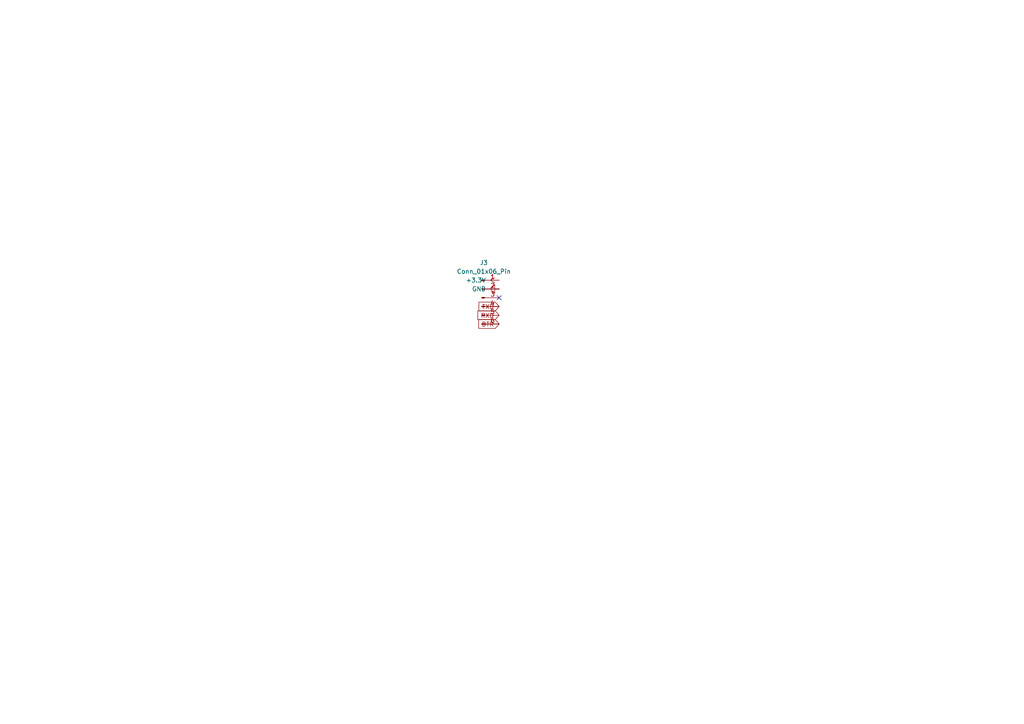
<source format=kicad_sch>
(kicad_sch (version 20250114) (generator "eeschema") (generator_version "9.0")
  (paper "A4")
  (lib_symbols
    (symbol "Connector:Conn_01x06_Pin" (pin_names (offset 1.016) (hide yes))
      (property "Reference" "J" (at 0 7.62 0))
      (property "Value" "Conn_01x06_Pin" (at 0 -10.16 0))
      (symbol "Conn_01x06_Pin_1_1"
        (rectangle (start 0.8636 5.207) (end 0 4.953) (stroke (width 0.1524)) (fill (type outline)))
        (rectangle (start 0.8636 2.667) (end 0 2.413) (stroke (width 0.1524)) (fill (type outline)))
        (rectangle (start 0.8636 0.127) (end 0 -0.127) (stroke (width 0.1524)) (fill (type outline)))
        (rectangle (start 0.8636 -2.413) (end 0 -2.667) (stroke (width 0.1524)) (fill (type outline)))
        (rectangle (start 0.8636 -4.953) (end 0 -5.207) (stroke (width 0.1524)) (fill (type outline)))
        (rectangle (start 0.8636 -7.493) (end 0 -7.747) (stroke (width 0.1524)) (fill (type outline)))
        (polyline (pts (xy 1.27 5.08) (xy 0.8636 5.08)) (stroke (width 0.1524)))
        (polyline (pts (xy 1.27 2.54) (xy 0.8636 2.54)) (stroke (width 0.1524)))
        (polyline (pts (xy 1.27 0) (xy 0.8636 0)) (stroke (width 0.1524)))
        (polyline (pts (xy 1.27 -2.54) (xy 0.8636 -2.54)) (stroke (width 0.1524)))
        (polyline (pts (xy 1.27 -5.08) (xy 0.8636 -5.08)) (stroke (width 0.1524)))
        (polyline (pts (xy 1.27 -7.62) (xy 0.8636 -7.62)) (stroke (width 0.1524)))
        (pin passive line (at 5.08 5.08 180) (length 3.81) (name "Pin_1") (number "1"))
        (pin passive line (at 5.08 2.54 180) (length 3.81) (name "Pin_2") (number "2"))
        (pin passive line (at 5.08 0 180) (length 3.81) (name "Pin_3") (number "3"))
        (pin passive line (at 5.08 -2.54 180) (length 3.81) (name "Pin_4") (number "4"))
        (pin passive line (at 5.08 -5.08 180) (length 3.81) (name "Pin_5") (number "5"))
        (pin passive line (at 5.08 -7.62 180) (length 3.81) (name "Pin_6") (number "6"))
      )
    )
    (symbol "power:+3.3V" (power) (pin_numbers (hide yes)) (pin_names (offset 0) (hide yes))
      (property "Value" "+3.3V" (at 0 3.556 0))
      (symbol "+3.3V_0_1"
        (polyline (pts (xy -0.762 1.27) (xy 0 2.54)))
        (polyline (pts (xy 0 2.54) (xy 0.762 1.27)))
        (polyline (pts (xy 0 0) (xy 0 2.54)))
      )
      (symbol "+3.3V_1_1"
        (pin power_in line (at 0 0 90) (length 0) (name "~") (number "1"))
      )
    )
    (symbol "power:GND" (power) (pin_numbers (hide yes)) (pin_names (offset 0) (hide yes))
      (property "Value" "GND" (at 0 -3.81 0))
      (symbol "GND_0_1"
        (polyline (pts (xy 0 0) (xy 0 -1.27) (xy 1.27 -1.27) (xy 0 -2.54) (xy -1.27 -1.27) (xy 0 -1.27)))
      )
      (symbol "GND_1_1"
        (pin power_in line (at 0 0 270) (length 0) (name "~") (number "1"))
      )
    )
  )
  (no_connect (at 144.78 86.36))
  (global_label "RXD" (shape input) (at 144.78 91.44 180) (property "Intersheetrefs" "${INTERSHEET_REFS}" (effects (hide yes))))
  (global_label "DTR" (shape input) (at 144.78 93.98 180) (property "Intersheetrefs" "${INTERSHEET_REFS}" (effects (hide yes))))
  (global_label "TXD" (shape input) (at 144.78 88.9 180) (property "Intersheetrefs" "${INTERSHEET_REFS}" (effects (hide yes))))
  (symbol (lib_id "power:+3.3V") (at 144.78 81.28 90) (unit 1)
    (property "Reference" "#PWR03" (effects (hide yes)))
    (property "Value" "+3.3V" (at 140.97 81.2801 90) (effects (justify left)))
    (property "Description" "Power symbol creates a global label with name \"+3.3V\"" (effects (hide yes)))
  )
  (symbol (lib_id "power:GND") (at 144.78 83.82 270) (unit 1)
    (property "Reference" "#PWR04" (effects (hide yes)))
    (property "Value" "GND" (at 140.97 83.8201 90) (effects (justify right)))
    (property "Description" "Power symbol creates a global label with name \"GND\" , ground" (effects (hide yes)))
  )
  (symbol (lib_id "Connector:Conn_01x06_Pin") (at 139.7 86.36 0) (unit 1)
    (property "Reference" "J3" (at 140.335 76.2 0))
    (property "Value" "Conn_01x06_Pin" (at 140.335 78.74 0))
    (property "Footprint" "Connector_PinHeader_2.54mm:PinHeader_1x06_P2.54mm_Horizontal" (effects (hide yes)))
    (property "Description" "Generic connector, single row, 01x06, script generated" (effects (hide yes)))
    (property "Supplier" "Rajiv" (effects (hide yes)))
    (property "price" "20" (effects (hide yes)))
  )
)
</source>
